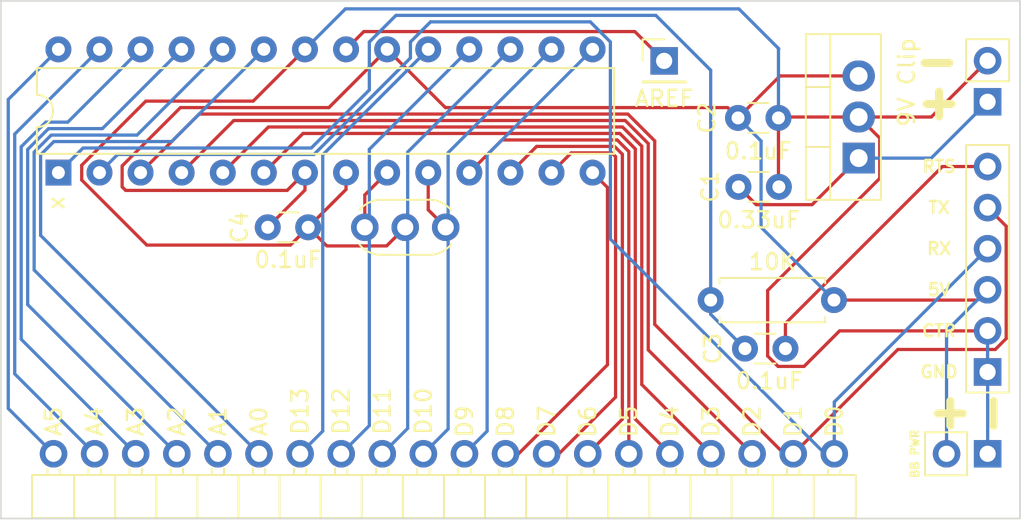
<source format=kicad_pcb>
(kicad_pcb (version 20240108) (generator "pcbnew") (generator_version "8.0")
  (layers (0 "F.Cu" signal) (31 "B.Cu" signal) (34 "B.Paste" user) (35 "F.Paste" user) (36 "B.SilkS" user "B.Silkscreen") (37 "F.SilkS" user "F.Silkscreen") (38 "B.Mask" user) (39 "F.Mask" user) (44 "Edge.Cuts" user))
  (net 0 "")
  (net 1 "+9V")
  (net 2 "GND")
  (net 3 "+5V")
  (net 4 "/DTR")
  (net 5 "Net-(U2-~{RESET}{slash}PC6)")
  (net 6 "/D1")
  (net 7 "/D0")
  (net 8 "Net-(J3-Pin_1)")
  (net 9 "/D13")
  (net 10 "/A1")
  (net 11 "/D2")
  (net 12 "/A5")
  (net 13 "/A2")
  (net 14 "/D3")
  (net 15 "/D11")
  (net 16 "/D8")
  (net 17 "/D10")
  (net 18 "/D7")
  (net 19 "/D6")
  (net 20 "/A4")
  (net 21 "/D5")
  (net 22 "/A3")
  (net 23 "/D9")
  (net 24 "/D12")
  (net 25 "/D4")
  (net 26 "/A0")
  (net 27 "Net-(U2-XTAL1{slash}PB6)")
  (net 28 "Net-(U2-XTAL2{slash}PB7)")
  (footprint "05833:FTDI_1x06_P2.54mm_Vertical" (layer "F.Cu") (at 104.995541 72.442744 180)
    (property "Reference" "J2" (hide yes))
    (property "Value" "FTDI")
    (fp_line (start 1.33 -1.27) (end 1.33 14.03) (stroke (width 0.12)) (layer "F.SilkS"))
    (fp_line (start -1.33 14.03) (end 1.33 14.03) (stroke (width 0.12)) (layer "F.SilkS"))
    (fp_line (start -1.33 -1.27) (end 1.33 -1.27) (stroke (width 0.12)) (layer "F.SilkS"))
    (fp_line (start -1.33 -1.27) (end -1.33 14.03) (stroke (width 0.12)) (layer "F.SilkS"))
    (fp_text user "GND" (at 3 0 180) (layer "F.SilkS") (effects (font (size 0.75 0.75))))
    (fp_text user "CTR" (at 3 2.54 180) (layer "F.SilkS") (effects (font (size 0.75 0.75))))
    (fp_text user "TX" (at 3 10.16 180) (layer "F.SilkS") (effects (font (size 0.75 0.75))))
    (fp_text user "RX" (at 3 7.62 180) (layer "F.SilkS") (effects (font (size 0.75 0.75))))
    (fp_text user "RTS" (at 3 12.7 180) (layer "F.SilkS") (effects (font (size 0.75 0.75))))
    (fp_text user "5V" (at 3 5.08 180) (layer "F.SilkS") (effects (font (size 0.75 0.75))))
    (pad "1" thru_hole rect (at 0 0 180) (size 1.7 1.7) (drill 1) (layers "*.Cu" "*.Mask") (net 2 "GND"))
    (pad "2" thru_hole oval (at 0 2.54 180) (size 1.7 1.7) (drill 1) (layers "*.Cu" "*.Mask") (net 2 "GND"))
    (pad "3" thru_hole oval (at 0 5.08 180) (size 1.7 1.7) (drill 1) (layers "*.Cu" "*.Mask") (net 3 "+5V"))
    (pad "4" thru_hole oval (at 0 7.62 180) (size 1.7 1.7) (drill 1) (layers "*.Cu" "*.Mask") (net 7 "/D0"))
    (pad "5" thru_hole oval (at 0 10.16 180) (size 1.7 1.7) (drill 1) (layers "*.Cu" "*.Mask") (net 6 "/D1"))
    (pad "6" thru_hole oval (at 0 12.7 180) (size 1.7 1.7) (drill 1) (layers "*.Cu" "*.Mask") (net 4 "/DTR"))
  )
  (footprint "05833:BB_PowerRails" (layer "F.Cu") (at 105 77.5 -90)
    (property "Reference" "J1" (hide yes))
    (property "Value" "BB" (hide yes))
    (fp_line (start -1.33 3.87) (end 1.33 3.87) (stroke (width 0.12)) (layer "F.SilkS"))
    (fp_line (start -1.33 1.27) (end -1.33 3.87) (stroke (width 0.12)) (layer "F.SilkS"))
    (fp_line (start -1.33 1.27) (end 1.33 1.27) (stroke (width 0.12)) (layer "F.SilkS"))
    (fp_line (start 1.33 1.27) (end 1.33 3.87) (stroke (width 0.12)) (layer "F.SilkS"))
    (fp_text user "+" (at -2.5 2.444 90) (layer "F.SilkS") (effects (font (size 2 2) (thickness 0.5))))
    (fp_text user "-" (at -2.5 -0.223 90) (layer "F.SilkS") (effects (font (size 2 2) (thickness 0.5))))
    (fp_text user "BB PWR" (at 0 4.5 90) (layer "F.SilkS") (effects (font (size 0.5 0.5) (thickness 0.125))))
    (pad "1" thru_hole rect (at 0 0 270) (size 1.7 1.7) (drill 1) (layers "*.Cu" "*.Mask") (net 2 "GND"))
    (pad "2" thru_hole oval (at 0 2.54 270) (size 1.7 1.7) (drill 1) (layers "*.Cu" "*.Mask") (net 3 "+5V"))
  )
  (footprint "05833:C_Disc_D3.0mm_W1.6mm_P2.50mm" (layer "F.Cu") (at 89.569324 56.739437)
    (property "Reference" "C2" (at -1.92 0 90) (layer "F.SilkS"))
    (property "Value" "0.1uF" (at 1.25 2.05 0) (layer "F.SilkS"))
    (fp_line (start 0.621 -0.92) (end 1.879 -0.92) (stroke (width 0.12)) (layer "F.SilkS"))
    (fp_line (start 0.621 0.92) (end 1.879 0.92) (stroke (width 0.12)) (layer "F.SilkS"))
    (pad "1" thru_hole circle (at 0 0) (size 1.6 1.6) (drill 0.8) (layers "*.Cu" "*.Mask") (net 3 "+5V"))
    (pad "2" thru_hole circle (at 2.5 0) (size 1.6 1.6) (drill 0.8) (layers "*.Cu" "*.Mask") (net 2 "GND"))
  )
  (footprint "05833:C_Disc_D3.0mm_W1.6mm_P2.50mm" (layer "F.Cu") (at 63 63.5 180)
    (property "Reference" "C4" (at 4.25 0 -90) (layer "F.SilkS"))
    (property "Value" "0.1uF" (at 1.25 -2 180) (layer "F.SilkS"))
    (fp_line (start 0.621 0.92) (end 1.879 0.92) (stroke (width 0.12)) (layer "F.SilkS"))
    (fp_line (start 0.621 -0.92) (end 1.879 -0.92) (stroke (width 0.12)) (layer "F.SilkS"))
    (pad "1" thru_hole circle (at 0 0 180) (size 1.6 1.6) (drill 0.8) (layers "*.Cu" "*.Mask") (net 2 "GND"))
    (pad "2" thru_hole circle (at 2.5 0 180) (size 1.6 1.6) (drill 0.8) (layers "*.Cu" "*.Mask") (net 3 "+5V"))
  )
  (footprint "05833:ArduinoGPIO_1x20_P2.54mm_Horizontal" (layer "F.Cu") (at 95.52 77.5 -90)
    (property "Reference" "J4" (hide yes))
    (property "Value" "GPIO")
    (fp_line (start 1.313 49.59) (end 3.973 49.59) (stroke (width 0.12)) (layer "F.SilkS"))
    (fp_line (start 3.973 49.59) (end 3.973 -1.33) (stroke (width 0.12)) (layer "F.SilkS"))
    (fp_line (start 0.915929 48.64) (end 1.313 48.64) (stroke (width 0.12)) (layer "F.SilkS"))
    (fp_line (start 0.915929 47.88) (end 1.313 47.88) (stroke (width 0.12)) (layer "F.SilkS"))
    (fp_line (start 1.313 46.99) (end 3.973 46.99) (stroke (width 0.12)) (layer "F.SilkS"))
    (fp_line (start 0.915929 46.1) (end 1.313 46.1) (stroke (width 0.12)) (layer "F.SilkS"))
    (fp_line (start 0.915929 45.34) (end 1.313 45.34) (stroke (width 0.12)) (layer "F.SilkS"))
    (fp_line (start 1.313 44.45) (end 3.973 44.45) (stroke (width 0.12)) (layer "F.SilkS"))
    (fp_line (start 0.915929 43.56) (end 1.313 43.56) (stroke (width 0.12)) (layer "F.SilkS"))
    (fp_line (start 0.915929 42.8) (end 1.313 42.8) (stroke (width 0.12)) (layer "F.SilkS"))
    (fp_line (start 1.313 41.91) (end 3.973 41.91) (stroke (width 0.12)) (layer "F.SilkS"))
    (fp_line (start 0.915929 41.02) (end 1.313 41.02) (stroke (width 0.12)) (layer "F.SilkS"))
    (fp_line (start 0.915929 40.26) (end 1.313 40.26) (stroke (width 0.12)) (layer "F.SilkS"))
    (fp_line (start 1.313 39.37) (end 3.973 39.37) (stroke (width 0.12)) (layer "F.SilkS"))
    (fp_line (start 0.915929 38.48) (end 1.313 38.48) (stroke (width 0.12)) (layer "F.SilkS"))
    (fp_line (start 0.915929 37.72) (end 1.313 37.72) (stroke (width 0.12)) (layer "F.SilkS"))
    (fp_line (start 1.313 36.83) (end 3.973 36.83) (stroke (width 0.12)) (layer "F.SilkS"))
    (fp_line (start 0.915929 35.94) (end 1.313 35.94) (stroke (width 0.12)) (layer "F.SilkS"))
    (fp_line (start 0.915929 35.18) (end 1.313 35.18) (stroke (width 0.12)) (layer "F.SilkS"))
    (fp_line (start 1.313 34.29) (end 3.973 34.29) (stroke (width 0.12)) (layer "F.SilkS"))
    (fp_line (start 0.915929 33.4) (end 1.313 33.4) (stroke (width 0.12)) (layer "F.SilkS"))
    (fp_line (start 0.915929 32.64) (end 1.313 32.64) (stroke (width 0.12)) (layer "F.SilkS"))
    (fp_line (start 1.313 31.75) (end 3.973 31.75) (stroke (width 0.12)) (layer "F.SilkS"))
    (fp_line (start 0.915929 30.86) (end 1.313 30.86) (stroke (width 0.12)) (layer "F.SilkS"))
    (fp_line (start 0.915929 30.1) (end 1.313 30.1) (stroke (width 0.12)) (layer "F.SilkS"))
    (fp_line (start 1.313 29.21) (end 3.973 29.21) (stroke (width 0.12)) (layer "F.SilkS"))
    (fp_line (start 0.915929 28.32) (end 1.313 28.32) (stroke (width 0.12)) (layer "F.SilkS"))
    (fp_line (start 0.915929 27.56) (end 1.313 27.56) (stroke (width 0.12)) (layer "F.SilkS"))
    (fp_line (start 1.313 26.67) (end 3.973 26.67) (stroke (width 0.12)) (layer "F.SilkS"))
    (fp_line (start 0.915929 25.78) (end 1.313 25.78) (stroke (width 0.12)) (layer "F.SilkS"))
    (fp_line (start 0.915929 25.02) (end 1.313 25.02) (stroke (width 0.12)) (layer "F.SilkS"))
    (fp_line (start 1.313 24.13) (end 3.973 24.13) (stroke (width 0.12)) (layer "F.SilkS"))
    (fp_line (start 0.915929 23.24) (end 1.313 23.24) (stroke (width 0.12)) (layer "F.SilkS"))
    (fp_line (start 0.915929 22.48) (end 1.313 22.48) (stroke (width 0.12)) (layer "F.SilkS"))
    (fp_line (start 1.313 21.59) (end 3.973 21.59) (stroke (width 0.12)) (layer "F.SilkS"))
    (fp_line (start 0.915929 20.7) (end 1.313 20.7) (stroke (width 0.12)) (layer "F.SilkS"))
    (fp_line (start 0.915929 19.94) (end 1.313 19.94) (stroke (width 0.12)) (layer "F.SilkS"))
    (fp_line (start 1.313 19.05) (end 3.973 19.05) (stroke (width 0.12)) (layer "F.SilkS"))
    (fp_line (start 0.915929 18.16) (end 1.313 18.16) (stroke (width 0.12)) (layer "F.SilkS"))
    (fp_line (start 0.915929 17.4) (end 1.313 17.4) (stroke (width 0.12)) (layer "F.SilkS"))
    (fp_line (start 1.313 16.51) (end 3.973 16.51) (stroke (width 0.12)) (layer "F.SilkS"))
    (fp_line (start 0.915929 15.62) (end 1.313 15.62) (stroke (width 0.12)) (layer "F.SilkS"))
    (fp_line (start 0.915929 14.86) (end 1.313 14.86) (stroke (width 0.12)) (layer "F.SilkS"))
    (fp_line (start 1.313 13.97) (end 3.973 13.97) (stroke (width 0.12)) (layer "F.SilkS"))
    (fp_line (start 0.915929 13.08) (end 1.313 13.08) (stroke (width 0.12)) (layer "F.SilkS"))
    (fp_line (start 0.915929 12.32) (end 1.313 12.32) (stroke (width 0.12)) (layer "F.SilkS"))
    (fp_line (start 1.313 11.43) (end 3.973 11.43) (stroke (width 0.12)) (layer "F.SilkS"))
    (fp_line (start 0.915929 10.54) (end 1.313 10.54) (stroke (width 0.12)) (layer "F.SilkS"))
    (fp_line (start 0.915929 9.78) (end 1.313 9.78) (stroke (width 0.12)) (layer "F.SilkS"))
    (fp_line (start 1.313 8.89) (end 3.973 8.89) (stroke (width 0.12)) (layer "F.SilkS"))
    (fp_line (start 0.915929 8) (end 1.313 8) (stroke (width 0.12)) (layer "F.SilkS"))
    (fp_line (start 0.915929 7.24) (end 1.313 7.24) (stroke (width 0.12)) (layer "F.SilkS"))
    (fp_line (start 1.313 6.35) (end 3.973 6.35) (stroke (width 0.12)) (layer "F.SilkS"))
    (fp_line (start 0.915929 5.46) (end 1.313 5.46) (stroke (width 0.12)) (layer "F.SilkS"))
    (fp_line (start 0.915929 4.7) (end 1.313 4.7) (stroke (width 0.12)) (layer "F.SilkS"))
    (fp_line (start 1.313 3.81) (end 3.973 3.81) (stroke (width 0.12)) (layer "F.SilkS"))
    (fp_line (start 0.915929 2.92) (end 1.313 2.92) (stroke (width 0.12)) (layer "F.SilkS"))
    (fp_line (start 0.915929 2.16) (end 1.313 2.16) (stroke (width 0.12)) (layer "F.SilkS"))
    (fp_line (start 1.313 1.27) (end 3.973 1.27) (stroke (width 0.12)) (layer "F.SilkS"))
    (fp_line (start 0.983 0.38) (end 1.313 0.38) (stroke (width 0.12)) (layer "F.SilkS"))
    (fp_line (start 0.983 -0.38) (end 1.313 -0.38) (stroke (width 0.12)) (layer "F.SilkS"))
    (fp_line (start 1.313 -1.33) (end 1.313 49.59) (stroke (width 0.12)) (layer "F.SilkS"))
    (fp_line (start 3.973 -1.33) (end 1.313 -1.33) (stroke (width 0.12)) (layer "F.SilkS"))
    (fp_text user "D8" (at -2 20.32 90) (layer "F.SilkS"))
    (fp_text user "A4" (at -2 45.72 90) (layer "F.SilkS"))
    (fp_text user "A2" (at -2 40.64 90) (layer "F.SilkS"))
    (fp_text user "D0" (at -2 0 90) (layer "F.SilkS"))
    (fp_text user "D5" (at -2 12.7 90) (layer "F.SilkS"))
    (fp_text user "D4" (at -2 10.16 90) (layer "F.SilkS"))
    (fp_text user "A1" (at -2 38.1 90) (layer "F.SilkS"))
    (fp_text user "A0" (at -2 35.56 90) (layer "F.SilkS"))
    (fp_text user "D3" (at -2 7.62 90) (layer "F.SilkS"))
    (fp_text user "D9" (at -2 22.86 90) (layer "F.SilkS"))
    (fp_text user "D10" (at -2.635 25.4 90) (layer "F.SilkS"))
    (fp_text user "D12" (at -2.635 30.48 90) (layer "F.SilkS"))
    (fp_text user "A5" (at -2 48.26 -90) (layer "F.SilkS"))
    (fp_text user "D11" (at -2.635 27.94 90) (layer "F.SilkS"))
    (fp_text user "D2" (at -2 5.08 90) (layer "F.SilkS"))
    (fp_text user "D13" (at -2.635 33.02 90) (layer "F.SilkS"))
    (fp_text user "D7" (at -2 17.78 90) (layer "F.SilkS"))
    (fp_text user "D6" (at -2 15.24 90) (layer "F.SilkS"))
    (fp_text user "D1" (at -2 2.54 90) (layer "F.SilkS"))
    (fp_text user "A3" (at -2 43.18 90) (layer "F.SilkS"))
    (pad "1" thru_hole circle (at 0 0 270) (size 1.7 1.7) (drill 1) (layers "*.Cu" "*.Mask") (net 7 "/D0"))
    (pad "2" thru_hole oval (at 0 2.54 270) (size 1.7 1.7) (drill 1) (layers "*.Cu" "*.Mask") (net 6 "/D1"))
    (pad "3" thru_hole oval (at 0 5.08 270) (size 1.7 1.7) (drill 1) (layers "*.Cu" "*.Mask") (net 11 "/D2"))
    (pad "4" thru_hole oval (at 0 7.62 270) (size 1.7 1.7) (drill 1) (layers "*.Cu" "*.Mask") (net 14 "/D3"))
    (pad "5" thru_hole oval (at 0 10.16 270) (size 1.7 1.7) (drill 1) (layers "*.Cu" "*.Mask") (net 25 "/D4"))
    (pad "6" thru_hole oval (at 0 12.7 270) (size 1.7 1.7) (drill 1) (layers "*.Cu" "*.Mask") (net 21 "/D5"))
    (pad "7" thru_hole oval (at 0 15.24 270) (size 1.7 1.7) (drill 1) (layers "*.Cu" "*.Mask") (net 19 "/D6"))
    (pad "8" thru_hole oval (at 0 17.78 270) (size 1.7 1.7) (drill 1) (layers "*.Cu" "*.Mask") (net 18 "/D7"))
    (pad "9" thru_hole oval (at 0 20.32 270) (size 1.7 1.7) (drill 1) (layers "*.Cu" "*.Mask") (net 16 "/D8"))
    (pad "10" thru_hole oval (at 0 22.86 270) (size 1.7 1.7) (drill 1) (layers "*.Cu" "*.Mask") (net 23 "/D9"))
    (pad "11" thru_hole oval (at 0 25.4 270) (size 1.7 1.7) (drill 1) (layers "*.Cu" "*.Mask") (net 17 "/D10"))
    (pad "12" thru_hole oval (at 0 27.94 270) (size 1.7 1.7) (drill 1) (layers "*.Cu" "*.Mask") (net 15 "/D11"))
    (pad "13" thru_hole oval (at 0 30.48 270) (size 1.7 1.7) (drill 1) (layers "*.Cu" "*.Mask") (net 24 "/D12"))
    (pad "14" thru_hole oval (at 0 33.02 270) (size 1.7 1.7) (drill 1) (layers "*.Cu" "*.Mask") (net 9 "/D13"))
    (pad "15" thru_hole oval (at 0 35.56 270) (size 1.7 1.7) (drill 1) (layers "*.Cu" "*.Mask") (net 26 "/A0"))
    (pad "16" thru_hole oval (at 0 38.1 270) (size 1.7 1.7) (drill 1) (layers "*.Cu" "*.Mask") (net 10 "/A1"))
    (pad "17" thru_hole oval (at 0 40.64 270) (size 1.7 1.7) (drill 1) (layers "*.Cu" "*.Mask") (net 13 "/A2"))
    (pad "18" thru_hole oval (at 0 43.18 270) (size 1.7 1.7) (drill 1) (layers "*.Cu" "*.Mask") (net 22 "/A3"))
    (pad "19" thru_hole oval (at 0 45.72 270) (size 1.7 1.7) (drill 1) (layers "*.Cu" "*.Mask") (net 20 "/A4"))
    (pad "20" thru_hole oval (at 0 48.26 270) (size 1.7 1.7) (drill 1) (layers "*.Cu" "*.Mask") (net 12 "/A5"))
  )
  (footprint "05833:C_Disc_D3.0mm_W1.6mm_P2.50mm" (layer "F.Cu") (at 90 71)
    (property "Reference" "C3" (at -2 0 90) (layer "F.SilkS"))
    (property "Value" "0.1uF" (at 1.5 2 0) (layer "F.SilkS"))
    (fp_line (start 0.621 -0.92) (end 1.879 -0.92) (stroke (width 0.12)) (layer "F.SilkS"))
    (fp_line (start 0.621 0.92) (end 1.879 0.92) (stroke (width 0.12)) (layer "F.SilkS"))
    (pad "1" thru_hole circle (at 0 0) (size 1.6 1.6) (drill 0.8) (layers "*.Cu" "*.Mask") (net 5 "Net-(U2-~{RESET}{slash}PC6)"))
    (pad "2" thru_hole circle (at 2.5 0) (size 1.6 1.6) (drill 0.8) (layers "*.Cu" "*.Mask") (net 4 "/DTR"))
  )
  (footprint "05833:PinHeader_1x01_P2.54mm_Vertical" (layer "F.Cu") (at 85.002551 53.213478)
    (property "Reference" "J3" (hide yes))
    (property "Value" "AREF" (at 0 2.33 0) (layer "F.SilkS"))
    (fp_line (start -1.33 -1.33) (end 0 -1.33) (stroke (width 0.12)) (layer "F.SilkS"))
    (fp_line (start -1.33 0) (end -1.33 -1.33) (stroke (width 0.12)) (layer "F.SilkS"))
    (fp_line (start -1.33 1.27) (end -1.33 1.33) (stroke (width 0.12)) (layer "F.SilkS"))
    (fp_line (start -1.33 1.27) (end 1.33 1.27) (stroke (width 0.12)) (layer "F.SilkS"))
    (fp_line (start -1.33 1.33) (end 1.33 1.33) (stroke (width 0.12)) (layer "F.SilkS"))
    (fp_line (start 1.33 1.27) (end 1.33 1.33) (stroke (width 0.12)) (layer "F.SilkS"))
    (pad "1" thru_hole rect (at 0 0) (size 1.7 1.7) (drill 1) (layers "*.Cu" "*.Mask") (net 8 "Net-(J3-Pin_1)"))
  )
  (footprint "05833:DIP-28_W7.62mm" (layer "F.Cu") (at 47.56 60.12 90)
    (property "Reference" "U2" (hide yes))
    (property "Value" "ATmega328-P" (hide yes))
    (fp_line (start 6.46 -1.33) (end 4.81 -1.33) (stroke (width 0.12)) (layer "F.SilkS"))
    (fp_line (start 2.81 -1.33) (end 1.16 -1.33) (stroke (width 0.12)) (layer "F.SilkS"))
    (fp_line (start 1.16 -1.33) (end 1.16 34.35) (stroke (width 0.12)) (layer "F.SilkS"))
    (fp_line (start 6.46 34.35) (end 6.46 -1.33) (stroke (width 0.12)) (layer "F.SilkS"))
    (fp_line (start 1.16 34.35) (end 6.46 34.35) (stroke (width 0.12)) (layer "F.SilkS"))
    (fp_arc (start 4.81 -1.33) (mid 3.81 -0.33) (end 2.81 -1.33) (stroke (width 0.12)) (layer "F.SilkS"))
    (pad "1" thru_hole rect (at 0 0 90) (size 1.6 1.6) (drill 0.8) (layers "*.Cu" "*.Mask") (net 5 "Net-(U2-~{RESET}{slash}PC6)"))
    (pad "2" thru_hole oval (at 0 2.54 90) (size 1.6 1.6) (drill 0.8) (layers "*.Cu" "*.Mask") (net 7 "/D0"))
    (pad "3" thru_hole oval (at 0 5.08 90) (size 1.6 1.6) (drill 0.8) (layers "*.Cu" "*.Mask") (net 6 "/D1"))
    (pad "4" thru_hole oval (at 0 7.62 90) (size 1.6 1.6) (drill 0.8) (layers "*.Cu" "*.Mask") (net 11 "/D2"))
    (pad "5" thru_hole oval (at 0 10.16 90) (size 1.6 1.6) (drill 0.8) (layers "*.Cu" "*.Mask") (net 14 "/D3"))
    (pad "6" thru_hole oval (at 0 12.7 90) (size 1.6 1.6) (drill 0.8) (layers "*.Cu" "*.Mask") (net 25 "/D4"))
    (pad "7" thru_hole oval (at 0 15.24 90) (size 1.6 1.6) (drill 0.8) (layers "*.Cu" "*.Mask") (net 3 "+5V"))
    (pad "8" thru_hole oval (at 0 17.78 90) (size 1.6 1.6) (drill 0.8) (layers "*.Cu" "*.Mask") (net 2 "GND"))
    (pad "9" thru_hole oval (at 0 20.32 90) (size 1.6 1.6) (drill 0.8) (layers "*.Cu" "*.Mask") (net 27 "Net-(U2-XTAL1{slash}PB6)"))
    (pad "10" thru_hole oval (at 0 22.86 90) (size 1.6 1.6) (drill 0.8) (layers "*.Cu" "*.Mask") (net 28 "Net-(U2-XTAL2{slash}PB7)"))
    (pad "11" thru_hole oval (at 0 25.4 90) (size 1.6 1.6) (drill 0.8) (layers "*.Cu" "*.Mask") (net 21 "/D5"))
    (pad "12" thru_hole oval (at 0 27.94 90) (size 1.6 1.6) (drill 0.8) (layers "*.Cu" "*.Mask") (net 19 "/D6"))
    (pad "13" thru_hole oval (at 0 30.48 90) (size 1.6 1.6) (drill 0.8) (layers "*.Cu" "*.Mask") (net 18 "/D7"))
    (pad "14" thru_hole oval (at 0 33.02 90) (size 1.6 1.6) (drill 0.8) (layers "*.Cu" "*.Mask") (net 16 "/D8"))
    (pad "15" thru_hole oval (at 7.62 33.02 90) (size 1.6 1.6) (drill 0.8) (layers "*.Cu" "*.Mask") (net 23 "/D9"))
    (pad "16" thru_hole oval (at 7.62 30.48 90) (size 1.6 1.6) (drill 0.8) (layers "*.Cu" "*.Mask") (net 17 "/D10"))
    (pad "17" thru_hole oval (at 7.62 27.94 90) (size 1.6 1.6) (drill 0.8) (layers "*.Cu" "*.Mask") (net 15 "/D11"))
    (pad "18" thru_hole oval (at 7.62 25.4 90) (size 1.6 1.6) (drill 0.8) (layers "*.Cu" "*.Mask") (net 24 "/D12"))
    (pad "19" thru_hole oval (at 7.62 22.86 90) (size 1.6 1.6) (drill 0.8) (layers "*.Cu" "*.Mask") (net 9 "/D13"))
    (pad "20" thru_hole oval (at 7.62 20.32 90) (size 1.6 1.6) (drill 0.8) (layers "*.Cu" "*.Mask") (net 3 "+5V"))
    (pad "21" thru_hole oval (at 7.62 17.78 90) (size 1.6 1.6) (drill 0.8) (layers "*.Cu" "*.Mask") (net 8 "Net-(J3-Pin_1)"))
    (pad "22" thru_hole oval (at 7.62 15.24 90) (size 1.6 1.6) (drill 0.8) (layers "*.Cu" "*.Mask") (net 2 "GND"))
    (pad "23" thru_hole oval (at 7.62 12.7 90) (size 1.6 1.6) (drill 0.8) (layers "*.Cu" "*.Mask") (net 26 "/A0"))
    (pad "24" thru_hole oval (at 7.62 10.16 90) (size 1.6 1.6) (drill 0.8) (layers "*.Cu" "*.Mask") (net 10 "/A1"))
    (pad "25" thru_hole oval (at 7.62 7.62 90) (size 1.6 1.6) (drill 0.8) (layers "*.Cu" "*.Mask") (net 13 "/A2"))
    (pad "26" thru_hole oval (at 7.62 5.08 90) (size 1.6 1.6) (drill 0.8) (layers "*.Cu" "*.Mask") (net 22 "/A3"))
    (pad "27" thru_hole oval (at 7.62 2.54 90) (size 1.6 1.6) (drill 0.8) (layers "*.Cu" "*.Mask") (net 20 "/A4"))
    (pad "28" thru_hole oval (at 7.62 0 90) (size 1.6 1.6) (drill 0.8) (layers "*.Cu" "*.Mask") (net 12 "/A5"))
  )
  (footprint "05833:TO-220-3_Vertical" (layer "F.Cu") (at 97.029121 59.223051 90)
    (property "Reference" "U1" (hide yes))
    (property "Value" "LM7805" (hide yes))
    (fp_line (start 7.66 -3.27) (end 7.66 1.371) (stroke (width 0.12)) (layer "F.SilkS"))
    (fp_line (start 4.391 -3.27) (end 4.391 -1.76) (stroke (width 0.12)) (layer "F.SilkS"))
    (fp_line (start 0.69 -3.27) (end 0.69 -1.76) (stroke (width 0.12)) (layer "F.SilkS"))
    (fp_line (start -2.58 -3.27) (end 7.66 -3.27) (stroke (width 0.12)) (layer "F.SilkS"))
    (fp_line (start -2.58 -3.27) (end -2.58 1.371) (stroke (width 0.12)) (layer "F.SilkS"))
    (fp_line (start -2.58 -1.76) (end 7.66 -1.76) (stroke (width 0.12)) (layer "F.SilkS"))
    (fp_line (start -2.58 1.371) (end 7.66 1.371) (stroke (width 0.12)) (layer "F.SilkS"))
    (pad "1" thru_hole rect (at 0 0 90) (size 1.905 2) (drill 1.1) (layers "*.Cu" "*.Mask") (net 1 "+9V"))
    (pad "2" thru_hole oval (at 2.54 0 90) (size 1.905 2) (drill 1.1) (layers "*.Cu" "*.Mask") (net 2 "GND"))
    (pad "3" thru_hole oval (at 5.08 0 90) (size 1.905 2) (drill 1.1) (layers "*.Cu" "*.Mask") (net 3 "+5V"))
  )
  (footprint "05833:R_Axial_QuarterWatt_Horizontal" (layer "F.Cu") (at 95.5 68 180)
    (property "Reference" "R1" (hide yes))
    (property "Value" "10K" (at 3.81 2.37 180) (layer "F.SilkS"))
    (fp_line (start 7.08 1.37) (end 7.08 1.04) (stroke (width 0.12)) (layer "F.SilkS"))
    (fp_line (start 7.08 -1.37) (end 7.08 -1.04) (stroke (width 0.12)) (layer "F.SilkS"))
    (fp_line (start 0.54 1.37) (end 7.08 1.37) (stroke (width 0.12)) (layer "F.SilkS"))
    (fp_line (start 0.54 1.04) (end 0.54 1.37) (stroke (width 0.12)) (layer "F.SilkS"))
    (fp_line (start 0.54 -1.04) (end 0.54 -1.37) (stroke (width 0.12)) (layer "F.SilkS"))
    (fp_line (start 0.54 -1.37) (end 7.08 -1.37) (stroke (width 0.12)) (layer "F.SilkS"))
    (pad "1" thru_hole circle (at 0 0 180) (size 1.6 1.6) (drill 0.8) (layers "*.Cu" "*.Mask") (net 3 "+5V"))
    (pad "2" thru_hole oval (at 7.62 0 180) (size 1.6 1.6) (drill 0.8) (layers "*.Cu" "*.Mask") (net 5 "Net-(U2-~{RESET}{slash}PC6)"))
  )
  (footprint "05833:Battery_SnapConnector" (layer "F.Cu") (at 104.995541 55.742744 180)
    (property "Reference" "BT1" (hide yes))
    (property "Value" "9V Clip" (at 5 1.2 270) (layer "F.SilkS"))
    (fp_line (start 1.33 1.27) (end 1.33 3.87) (stroke (width 0.12)) (layer "F.SilkS"))
    (fp_line (start -1.33 3.87) (end 1.33 3.87) (stroke (width 0.12)) (layer "F.SilkS"))
    (fp_line (start -1.33 1.27) (end 1.33 1.27) (stroke (width 0.12)) (layer "F.SilkS"))
    (fp_line (start -1.33 1.27) (end -1.33 3.87) (stroke (width 0.12)) (layer "F.SilkS"))
    (fp_text user "+" (at 3 0 180) (layer "F.SilkS") (effects (font (size 2 2) (thickness 0.5))))
    (fp_text user "-" (at 3.127 2.54 180) (layer "F.SilkS") (effects (font (size 2 2) (thickness 0.5))))
    (pad "1" thru_hole rect (at 0 0 180) (size 1.7 1.7) (drill 1) (layers "*.Cu" "*.Mask") (net 1 "+9V"))
    (pad "2" thru_hole oval (at 0 2.54 180) (size 1.7 1.7) (drill 1) (layers "*.Cu" "*.Mask") (net 2 "GND"))
  )
  (footprint "05833:Resonator-3Pin_W6.0mm_H3.0mm" (layer "F.Cu") (at 71.5 63.5 180)
    (property "Reference" "Y1" (hide yes))
    (property "Value" "16MHz Resonator")
    (fp_line (start 1 1.7) (end 4 1.7) (stroke (width 0.12)) (layer "F.SilkS"))
    (fp_line (start 1 -1.7) (end 4 -1.7) (stroke (width 0.12)) (layer "F.SilkS"))
    (fp_arc (start 5.33779 1.048961) (mid 4.743898 1.5286) (end 4 1.7) (stroke (width 0.12)) (layer "F.SilkS"))
    (fp_arc (start 4 -1.7) (mid 4.743897 -1.5286) (end 5.33779 -1.048961) (stroke (width 0.12)) (layer "F.SilkS"))
    (fp_arc (start 1 1.7) (mid 0.256103 1.5286) (end -0.33779 1.048961) (stroke (width 0.12)) (layer "F.SilkS"))
    (fp_arc (start -0.33779 -1.048961) (mid 0.256102 -1.5286) (end 1 -1.7) (stroke (width 0.12)) (layer "F.SilkS"))
    (pad "1" thru_hole circle (at 0 0 180) (size 1.7 1.7) (drill 1) (layers "*.Cu" "*.Mask") (net 28 "Net-(U2-XTAL2{slash}PB7)"))
    (pad "2" thru_hole circle (at 2.5 0 180) (size 1.7 1.7) (drill 1) (layers "*.Cu" "*.Mask") (net 2 "GND"))
    (pad "3" thru_hole circle (at 5 0 180) (size 1.7 1.7) (drill 1) (layers "*.Cu" "*.Mask") (net 27 "Net-(U2-XTAL1{slash}PB6)"))
  )
  (footprint "05833:C_Disc_D3.0mm_W1.6mm_P2.50mm" (layer "F.Cu") (at 89.59405 61)
    (property "Reference" "C1" (at -1.75 0 90) (layer "F.SilkS"))
    (property "Value" "0.33uF" (at 1.25 2.05 0) (layer "F.SilkS"))
    (fp_line (start 0.621 -0.92) (end 1.879 -0.92) (stroke (width 0.12)) (layer "F.SilkS"))
    (fp_line (start 0.621 0.92) (end 1.879 0.92) (stroke (width 0.12)) (layer "F.SilkS"))
    (pad "1" thru_hole circle (at 0 0) (size 1.6 1.6) (drill 0.8) (layers "*.Cu" "*.Mask") (net 1 "+9V"))
    (pad "2" thru_hole circle (at 2.5 0) (size 1.6 1.6) (drill 0.8) (layers "*.Cu" "*.Mask") (net 2 "GND"))
  )
  (gr_rect (start 44 49.5) (end 107 81.5) (stroke (width 0.1)) (fill none) (layer "Edge.Cuts"))
  (gr_text "x" (at 48 62.5 90) (layer "F.SilkS") (effects (font (size 1 1)) (justify left bottom)))
  (segment (start 97.029121 59.223051) (end 94.152172 62.1) (width 0.2) (layer "F.Cu") (net 1))
  (segment (start 94.152172 62.1) (end 90.69405 62.1) (width 0.2) (layer "F.Cu") (net 1))
  (segment (start 90.69405 62.1) (end 89.59405 61) (width 0.2) (layer "F.Cu") (net 1))
  (segment (start 97.029121 59.223051) (end 101.515234 59.223051) (width 0.2) (layer "B.Cu") (net 1))
  (segment (start 101.515234 59.223051) (end 104.995541 55.742744) (width 0.2) (layer "B.Cu") (net 1))
  (segment (start 67.85 64.65) (end 64.15 64.65) (width 0.2) (layer "F.Cu") (net 2))
  (segment (start 61.9 64.6) (end 63 63.5) (width 0.2) (layer "F.Cu") (net 2))
  (segment (start 52.964365 55.7) (end 49 59.664365) (width 0.2) (layer "F.Cu") (net 2))
  (segment (start 65.34 61.16) (end 65.34 60.12) (width 0.2) (layer "F.Cu") (net 2))
  (segment (start 92.069324 56.739437) (end 92.069324 60.975274) (width 0.2) (layer "F.Cu") (net 2))
  (segment (start 98.329121 60.475551) (end 98.329121 57.983051) (width 0.2) (layer "F.Cu") (net 2))
  (segment (start 105 72.447203) (end 104.995541 72.442744) (width 0.2) (layer "F.Cu") (net 2))
  (segment (start 92.069324 56.569324) (end 92.09405 56.544598) (width 0.2) (layer "F.Cu") (net 2))
  (segment (start 93.649853 72.1) (end 92.044365 72.1) (width 0.2) (layer "F.Cu") (net 2))
  (segment (start 92.069324 56.739437) (end 92.069324 56.569324) (width 0.2) (layer "F.Cu") (net 2))
  (segment (start 91.4 67.404672) (end 98.329121 60.475551) (width 0.2) (layer "F.Cu") (net 2))
  (segment (start 96.61358 56.740307) (end 97.03358 56.320307) (width 0.2) (layer "F.Cu") (net 2))
  (segment (start 101.515234 56.683051) (end 104.995541 53.202744) (width 0.2) (layer "F.Cu") (net 2))
  (segment (start 64.15 64.65) (end 63 63.5) (width 0.2) (layer "F.Cu") (net 2))
  (segment (start 97.029121 56.683051) (end 101.515234 56.683051) (width 0.2) (layer "F.Cu") (net 2))
  (segment (start 92.09405 56.764163) (end 92.069324 56.739437) (width 0.2) (layer "F.Cu") (net 2))
  (segment (start 97.029121 56.683051) (end 92.12571 56.683051) (width 0.2) (layer "F.Cu") (net 2))
  (segment (start 95.847109 69.902744) (end 93.649853 72.1) (width 0.2) (layer "F.Cu") (net 2))
  (segment (start 49 59.664365) (end 49 60.575635) (width 0.2) (layer "F.Cu") (net 2))
  (segment (start 105.095 72.135) (end 105 72.04) (width 0.2) (layer "F.Cu") (net 2))
  (segment (start 104.995541 69.902744) (end 95.847109 69.902744) (width 0.2) (layer "F.Cu") (net 2))
  (segment (start 92.044365 72.1) (end 91.4 71.455635) (width 0.2) (layer "F.Cu") (net 2))
  (segment (start 69 63.5) (end 67.85 64.65) (width 0.2) (layer "F.Cu") (net 2))
  (segment (start 91.4 71.455635) (end 91.4 67.404672) (width 0.2) (layer "F.Cu") (net 2))
  (segment (start 63 63.5) (end 65.34 61.16) (width 0.2) (layer "F.Cu") (net 2))
  (segment (start 92 56.808761) (end 92 57) (width 0.2) (layer "F.Cu") (net 2))
  (segment (start 105 77.105) (end 105 76.7) (width 0.2) (layer "F.Cu") (net 2))
  (segment (start 98.329121 57.983051) (end 97.029121 56.683051) (width 0.2) (layer "F.Cu") (net 2))
  (segment (start 53.024365 64.6) (end 61.9 64.6) (width 0.2) (layer "F.Cu") (net 2))
  (segment (start 49 60.575635) (end 53.024365 64.6) (width 0.2) (layer "F.Cu") (net 2))
  (segment (start 59.6 55.7) (end 52.964365 55.7) (width 0.2) (layer "F.Cu") (net 2))
  (segment (start 62.8 52.5) (end 59.6 55.7) (width 0.2) (layer "F.Cu") (net 2))
  (segment (start 92.069324 60.975274) (end 92.09405 61) (width 0.2) (layer "F.Cu") (net 2))
  (segment (start 92.12571 56.683051) (end 92.069324 56.739437) (width 0.2) (layer "F.Cu") (net 2))
  (segment (start 92.069324 52.444938) (end 92.062193 52.437807) (width 0.2) (layer "B.Cu") (net 2))
  (segment (start 65.3 50) (end 62.8 52.5) (width 0.2) (layer "B.Cu") (net 2))
  (segment (start 92.069324 56.739437) (end 92.069324 52.444938) (width 0.2) (layer "B.Cu") (net 2))
  (segment (start 92.062193 52.437807) (end 89.624385 50) (width 0.2) (layer "B.Cu") (net 2))
  (segment (start 89.624385 50) (end 65.3 50) (width 0.2) (layer "B.Cu") (net 2))
  (segment (start 104.995541 72.442744) (end 104.995541 72.995541) (width 0.2) (layer "B.Cu") (net 2))
  (segment (start 105 73) (end 105 77.5) (width 0.2) (layer "B.Cu") (net 2))
  (segment (start 92.09405 52.469665) (end 92.062193 52.437807) (width 0.2) (layer "B.Cu") (net 2))
  (segment (start 104.995541 72.995541) (end 105 73) (width 0.2) (layer "B.Cu") (net 2))
  (segment (start 104.995541 69.902744) (end 104.995541 72.442744) (width 0.2) (layer "B.Cu") (net 2))
  (segment (start 60.5 63.5) (end 62.8 61.2) (width 0.2) (layer "F.Cu") (net 3))
  (segment (start 89.569324 56.739437) (end 92.16571 54.143051) (width 0.2) (layer "F.Cu") (net 3))
  (segment (start 64.28 56.1) (end 55.104365 56.1) (width 0.2) (layer "F.Cu") (net 3))
  (segment (start 96.569121 54.643051) (end 97.029121 54.183051) (width 0.2) (layer "F.Cu") (net 3))
  (segment (start 60.5 61.22) (end 61.7 61.22) (width 0.2) (layer "F.Cu") (net 3))
  (segment (start 51.72 61.22) (end 60.5 61.22) (width 0.2) (layer "F.Cu") (net 3))
  (segment (start 71.48 56.1) (end 67.88 52.5) (width 0.2) (layer "F.Cu") (net 3))
  (segment (start 89.569324 56.739437) (end 88.929887 56.1) (width 0.2) (layer "F.Cu") (net 3))
  (segment (start 88.929887 56.1) (end 71.48 56.1) (width 0.2) (layer "F.Cu") (net 3))
  (segment (start 67.88 52.5) (end 64.28 56.1) (width 0.2) (layer "F.Cu") (net 3))
  (segment (start 104.358285 68) (end 104.995541 67.362744) (width 0.2) (layer "F.Cu") (net 3))
  (segment (start 92.16571 54.143051) (end 97.029121 54.143051) (width 0.2) (layer "F.Cu") (net 3))
  (segment (start 51.5 59.704365) (end 51.5 61) (width 0.2) (layer "F.Cu") (net 3))
  (segment (start 61.7 61.22) (end 62.8 60.12) (width 0.2) (layer "F.Cu") (net 3))
  (segment (start 95.5 68) (end 104.358285 68) (width 0.2) (layer "F.Cu") (net 3))
  (segment (start 55.104365 56.1) (end 51.5 59.704365) (width 0.2) (layer "F.Cu") (net 3))
  (segment (start 51.5 61) (end 51.72 61.22) (width 0.2) (layer "F.Cu") (net 3))
  (segment (start 62.8 61.2) (end 62.8 60.12) (width 0.2) (layer "F.Cu") (net 3))
  (segment (start 90.99405 63.49405) (end 90.99405 58.164163) (width 0.2) (layer "B.Cu") (net 3))
  (segment (start 90.99405 58.164163) (end 89.569324 56.739437) (width 0.2) (layer "B.Cu") (net 3))
  (segment (start 102.46 77.5) (end 102.46 69.898285) (width 0.2) (layer "B.Cu") (net 3))
  (segment (start 95.5 68) (end 90.99405 63.49405) (width 0.2) (layer "B.Cu") (net 3))
  (segment (start 102.46 69.898285) (end 104.995541 67.362744) (width 0.2) (layer "B.Cu") (net 3))
  (segment (start 104.995541 59.742744) (end 104.995541 60.504459) (width 0.2) (layer "F.Cu") (net 4))
  (segment (start 104.995541 59.742744) (end 102.201621 59.742744) (width 0.2) (layer "F.Cu") (net 4))
  (segment (start 102.201621 59.742744) (end 92.5 69.444365) (width 0.2) (layer "F.Cu") (net 4))
  (segment (start 92.5 69.444365) (end 92.5 71) (width 0.2) (layer "F.Cu") (net 4))
  (segment (start 63.188628 58.6) (end 49.08 58.6) (width 0.2) (layer "B.Cu") (net 5))
  (segment (start 66.78 52.044365) (end 66.78 55.008628) (width 0.2) (layer "B.Cu") (net 5))
  (segment (start 87.88 53.790927) (end 84.489073 50.4) (width 0.2) (layer "B.Cu") (net 5))
  (segment (start 84.489073 50.4) (end 68.424365 50.4) (width 0.2) (layer "B.Cu") (net 5))
  (segment (start 68.424365 50.4) (end 66.78 52.044365) (width 0.2) (layer "B.Cu") (net 5))
  (segment (start 66.78 55.008628) (end 63.188628 58.6) (width 0.2) (layer "B.Cu") (net 5))
  (segment (start 90 71) (end 87.88 68.88) (width 0.2) (layer "B.Cu") (net 5))
  (segment (start 87.88 68) (end 87.88 53.790927) (width 0.2) (layer "B.Cu") (net 5))
  (segment (start 49.08 58.6) (end 47.56 60.12) (width 0.2) (layer "B.Cu") (net 5))
  (segment (start 87.88 68.88) (end 87.88 68) (width 0.2) (layer "B.Cu") (net 5))
  (segment (start 56.26 56.5) (end 52.64 60.12) (width 0.2) (layer "F.Cu") (net 6))
  (segment (start 106.145541 70.37909) (end 106.145541 63.432744) (width 0.2) (layer "F.Cu") (net 6))
  (segment (start 92.98 77.5) (end 92.42 77.5) (width 0.2) (layer "F.Cu") (net 6))
  (segment (start 84.42 69.5) (end 84.419999 58.157257) (width 0.2) (layer "F.Cu") (net 6))
  (segment (start 106.145541 63.432744) (end 104.995541 62.282744) (width 0.2) (layer "F.Cu") (net 6))
  (segment (start 82.762741 56.5) (end 56.26 56.5) (width 0.2) (layer "F.Cu") (net 6))
  (segment (start 84.419999 58.157257) (end 82.762741 56.5) (width 0.2) (layer "F.Cu") (net 6))
  (segment (start 99.447256 71.052744) (end 105.471887 71.052744) (width 0.2) (layer "F.Cu") (net 6))
  (segment (start 93 77.5) (end 99.447256 71.052744) (width 0.2) (layer "F.Cu") (net 6))
  (segment (start 105.471887 71.052744) (end 106.145541 70.37909) (width 0.2) (layer "F.Cu") (net 6))
  (segment (start 92.42 77.5) (end 84.42 69.5) (width 0.2) (layer "F.Cu") (net 6))
  (segment (start 92.98 77.5) (end 93 77.5) (width 0.2) (layer "F.Cu") (net 6))
  (segment (start 80.435635 50.8) (end 70.564365 50.8) (width 0.2) (layer "B.Cu") (net 7))
  (segment (start 95.52 74.298285) (end 104.995541 64.822744) (width 0.2) (layer "B.Cu") (net 7))
  (segment (start 95.52 77.5) (end 95.52 74.298285) (width 0.2) (layer "B.Cu") (net 7))
  (segment (start 94.944365 77.5) (end 81.68 64.235635) (width 0.2) (layer "B.Cu") (net 7))
  (segment (start 63.354314 59) (end 51.22 59) (width 0.2) (layer "B.Cu") (net 7))
  (segment (start 81.68 52.044365) (end 80.435635 50.8) (width 0.2) (layer "B.Cu") (net 7))
  (segment (start 69.32 52.044365) (end 69.32 53.034314) (width 0.2) (layer "B.Cu") (net 7))
  (segment (start 95.52 77.5) (end 94.944365 77.5) (width 0.2) (layer "B.Cu") (net 7))
  (segment (start 51.22 59) (end 50.1 60.12) (width 0.2) (layer "B.Cu") (net 7))
  (segment (start 69.32 53.034314) (end 63.354314 59) (width 0.2) (layer "B.Cu") (net 7))
  (segment (start 81.68 64.235635) (end 81.68 52.044365) (width 0.2) (layer "B.Cu") (net 7))
  (segment (start 70.564365 50.8) (end 69.32 52.044365) (width 0.2) (layer "B.Cu") (net 7))
  (segment (start 83.189073 51.4) (end 66.44 51.4) (width 0.2) (layer "F.Cu") (net 8))
  (segment (start 85.002551 53.213478) (end 83.189073 51.4) (width 0.2) (layer "F.Cu") (net 8))
  (segment (start 66.44 51.4) (end 65.34 52.5) (width 0.2) (layer "F.Cu") (net 8))
  (segment (start 65.46 52.38) (end 65.34 52.5) (width 0.2) (layer "B.Cu") (net 8))
  (segment (start 63.9 76.1) (end 63.9 59.02) (width 0.2) (layer "B.Cu") (net 9))
  (segment (start 63.9 59.02) (end 70.42 52.5) (width 0.2) (layer "B.Cu") (net 9))
  (segment (start 62.5 77.5) (end 63.9 76.1) (width 0.2) (layer "B.Cu") (net 9))
  (segment (start 47.114315 57.8) (end 52.42 57.8) (width 0.2) (layer "B.Cu") (net 10))
  (segment (start 46.06 66.14) (end 46.06 58.854314) (width 0.2) (layer "B.Cu") (net 10))
  (segment (start 46.06 58.854314) (end 47.114315 57.8) (width 0.2) (layer "B.Cu") (net 10))
  (segment (start 57.42 77.5) (end 46.06 66.14) (width 0.2) (layer "B.Cu") (net 10))
  (segment (start 52.42 57.8) (end 57.72 52.5) (width 0.2) (layer "B.Cu") (net 10))
  (segment (start 90.44 77.5) (end 84.02 71.08) (width 0.2) (layer "F.Cu") (net 11))
  (segment (start 84.019999 58.322943) (end 82.597056 56.9) (width 0.2) (layer "F.Cu") (net 11))
  (segment (start 84.02 71.08) (end 84.019999 58.322943) (width 0.2) (layer "F.Cu") (net 11))
  (segment (start 82.597056 56.9) (end 58.4 56.9) (width 0.2) (layer "F.Cu") (net 11))
  (segment (start 58.4 56.9) (end 55.18 60.12) (width 0.2) (layer "F.Cu") (net 11))
  (segment (start 44.460001 74.700001) (end 44.460001 55.599999) (width 0.2) (layer "B.Cu") (net 12))
  (segment (start 47.26 77.5) (end 44.460001 74.700001) (width 0.2) (layer "B.Cu") (net 12))
  (segment (start 44.460001 55.599999) (end 47.56 52.5) (width 0.2) (layer "B.Cu") (net 12))
  (segment (start 46.94863 57.4) (end 50.28 57.4) (width 0.2) (layer "B.Cu") (net 13))
  (segment (start 54.88 77.5) (end 45.66 68.28) (width 0.2) (layer "B.Cu") (net 13))
  (segment (start 45.66 58.688628) (end 46.94863 57.4) (width 0.2) (layer "B.Cu") (net 13))
  (segment (start 45.66 68.28) (end 45.66 58.688628) (width 0.2) (layer "B.Cu") (net 13))
  (segment (start 50.28 57.4) (end 55.18 52.5) (width 0.2) (layer "B.Cu") (net 13))
  (segment (start 60.54 57.3) (end 57.72 60.12) (width 0.2) (layer "F.Cu") (net 14))
  (segment (start 87.9 77.5) (end 83.62 73.22) (width 0.2) (layer "F.Cu") (net 14))
  (segment (start 82.431371 57.3) (end 60.54 57.3) (width 0.2) (layer "F.Cu") (net 14))
  (segment (start 83.619999 58.488629) (end 82.431371 57.3) (width 0.2) (layer "F.Cu") (net 14))
  (segment (start 83.62 73.22) (end 83.619999 58.488629) (width 0.2) (layer "F.Cu") (net 14))
  (segment (start 69.15 75.93) (end 69.15 58.85) (width 0.2) (layer "B.Cu") (net 15))
  (segment (start 69.15 58.85) (end 75.5 52.5) (width 0.2) (layer "B.Cu") (net 15))
  (segment (start 67.58 77.5) (end 69.15 75.93) (width 0.2) (layer "B.Cu") (net 15))
  (segment (start 81.5 72) (end 81.5 61.04) (width 0.2) (layer "F.Cu") (net 16))
  (segment (start 76 77.5) (end 81.5 72) (width 0.2) (layer "F.Cu") (net 16))
  (segment (start 81.5 61.04) (end 80.58 60.12) (width 0.2) (layer "F.Cu") (net 16))
  (segment (start 75.2 77.5) (end 76 77.5) (width 0.2) (layer "F.Cu") (net 16))
  (segment (start 71.65 58.89) (end 78.04 52.5) (width 0.2) (layer "B.Cu") (net 17))
  (segment (start 71.65 75.97) (end 71.65 58.89) (width 0.2) (layer "B.Cu") (net 17))
  (segment (start 70.12 77.5) (end 71.65 75.97) (width 0.2) (layer "B.Cu") (net 17))
  (segment (start 81.768628 58.9) (end 79.26 58.9) (width 0.2) (layer "F.Cu") (net 18))
  (segment (start 79.26 58.9) (end 78.04 60.12) (width 0.2) (layer "F.Cu") (net 18))
  (segment (start 82 59.131372) (end 81.768628 58.9) (width 0.2) (layer "F.Cu") (net 18))
  (segment (start 78.5 77.5) (end 82 74) (width 0.2) (layer "F.Cu") (net 18))
  (segment (start 82 74) (end 82 59.131372) (width 0.2) (layer "F.Cu") (net 18))
  (segment (start 77.74 77.5) (end 78.5 77.5) (width 0.2) (layer "F.Cu") (net 18))
  (segment (start 77.12 58.5) (end 75.5 60.12) (width 0.2) (layer "F.Cu") (net 19))
  (segment (start 82.42 75.36) (end 82.42 58.985687) (width 0.2) (layer "F.Cu") (net 19))
  (segment (start 80.28 77.5) (end 82.42 75.36) (width 0.2) (layer "F.Cu") (net 19))
  (segment (start 81.934313 58.5) (end 77.12 58.5) (width 0.2) (layer "F.Cu") (net 19))
  (segment (start 82.42 58.985687) (end 81.934313 58.5) (width 0.2) (layer "F.Cu") (net 19))
  (segment (start 49.8 77.5) (end 44.860001 72.560001) (width 0.2) (layer "B.Cu") (net 20))
  (segment (start 44.860001 57.739999) (end 50.1 52.5) (width 0.2) (layer "B.Cu") (net 20))
  (segment (start 44.860001 72.560001) (end 44.860001 57.739999) (width 0.2) (layer "B.Cu") (net 20))
  (segment (start 74.98 58.1) (end 72.96 60.12) (width 0.2) (layer "F.Cu") (net 21))
  (segment (start 82.82 58.820001) (end 82.099998 58.1) (width 0.2) (layer "F.Cu") (net 21))
  (segment (start 82.099998 58.1) (end 74.98 58.1) (width 0.2) (layer "F.Cu") (net 21))
  (segment (start 82.82 77.5) (end 82.82 58.820001) (width 0.2) (layer "F.Cu") (net 21))
  (segment (start 48.14 57) (end 52.64 52.5) (width 0.2) (layer "B.Cu") (net 22))
  (segment (start 45.260001 58.522942) (end 46.782945 57) (width 0.2) (layer "B.Cu") (net 22))
  (segment (start 45.260001 70.420001) (end 45.260001 58.522942) (width 0.2) (layer "B.Cu") (net 22))
  (segment (start 46.782945 57) (end 48.14 57) (width 0.2) (layer "B.Cu") (net 22))
  (segment (start 52.34 77.5) (end 45.260001 70.420001) (width 0.2) (layer "B.Cu") (net 22))
  (segment (start 74.06 76.1) (end 74.06 59.02) (width 0.2) (layer "B.Cu") (net 23))
  (segment (start 72.66 77.5) (end 74.06 76.1) (width 0.2) (layer "B.Cu") (net 23))
  (segment (start 74.06 59.02) (end 80.58 52.5) (width 0.2) (layer "B.Cu") (net 23))
  (segment (start 66.78 75.76) (end 66.78 58.68) (width 0.2) (layer "B.Cu") (net 24))
  (segment (start 66.78 58.68) (end 72.96 52.5) (width 0.2) (layer "B.Cu") (net 24))
  (segment (start 65.04 77.5) (end 66.78 75.76) (width 0.2) (layer "B.Cu") (net 24))
  (segment (start 85.36 77.5) (end 83.22 75.36) (width 0.2) (layer "F.Cu") (net 25))
  (segment (start 82.265683 57.7) (end 62.68 57.7) (width 0.2) (layer "F.Cu") (net 25))
  (segment (start 83.22 58.654315) (end 82.265683 57.7) (width 0.2) (layer "F.Cu") (net 25))
  (segment (start 62.68 57.7) (end 60.26 60.12) (width 0.2) (layer "F.Cu") (net 25))
  (segment (start 83.22 75.36) (end 83.22 58.654315) (width 0.2) (layer "F.Cu") (net 25))
  (segment (start 46.46 59.02) (end 47.28 58.2) (width 0.2) (layer "B.Cu") (net 26))
  (segment (start 47.28 58.2) (end 54.56 58.2) (width 0.2) (layer "B.Cu") (net 26))
  (segment (start 54.56 58.2) (end 60.26 52.5) (width 0.2) (layer "B.Cu") (net 26))
  (segment (start 59.96 77.5) (end 46.46 64) (width 0.2) (layer "B.Cu") (net 26))
  (segment (start 46.46 64) (end 46.46 59.02) (width 0.2) (layer "B.Cu") (net 26))
  (segment (start 66.5 63.5) (end 66.5 61.5) (width 0.2) (layer "F.Cu") (net 27))
  (segment (start 66.5 61.5) (end 67.88 60.12) (width 0.2) (layer "F.Cu") (net 27))
  (segment (start 70.42 62.42) (end 70.42 60.12) (width 0.2) (layer "F.Cu") (net 28))
  (segment (start 71.5 63.5) (end 70.42 62.42) (width 0.2) (layer "F.Cu") (net 28))
)
</source>
